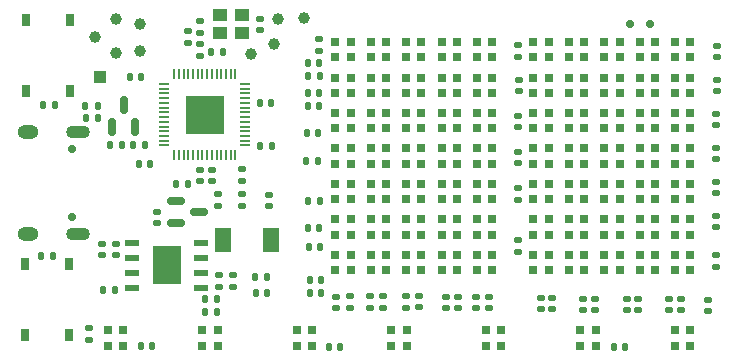
<source format=gbr>
%TF.GenerationSoftware,KiCad,Pcbnew,7.0.6*%
%TF.CreationDate,2024-06-03T18:18:50-04:00*%
%TF.ProjectId,V3,56332e6b-6963-4616-945f-706362585858,rev?*%
%TF.SameCoordinates,Original*%
%TF.FileFunction,Soldermask,Top*%
%TF.FilePolarity,Negative*%
%FSLAX46Y46*%
G04 Gerber Fmt 4.6, Leading zero omitted, Abs format (unit mm)*
G04 Created by KiCad (PCBNEW 7.0.6) date 2024-06-03 18:18:50*
%MOMM*%
%LPD*%
G01*
G04 APERTURE LIST*
G04 Aperture macros list*
%AMRoundRect*
0 Rectangle with rounded corners*
0 $1 Rounding radius*
0 $2 $3 $4 $5 $6 $7 $8 $9 X,Y pos of 4 corners*
0 Add a 4 corners polygon primitive as box body*
4,1,4,$2,$3,$4,$5,$6,$7,$8,$9,$2,$3,0*
0 Add four circle primitives for the rounded corners*
1,1,$1+$1,$2,$3*
1,1,$1+$1,$4,$5*
1,1,$1+$1,$6,$7*
1,1,$1+$1,$8,$9*
0 Add four rect primitives between the rounded corners*
20,1,$1+$1,$2,$3,$4,$5,0*
20,1,$1+$1,$4,$5,$6,$7,0*
20,1,$1+$1,$6,$7,$8,$9,0*
20,1,$1+$1,$8,$9,$2,$3,0*%
G04 Aperture macros list end*
%ADD10C,1.000000*%
%ADD11R,0.750000X1.000000*%
%ADD12R,0.800000X0.800000*%
%ADD13RoundRect,0.140000X-0.170000X0.140000X-0.170000X-0.140000X0.170000X-0.140000X0.170000X0.140000X0*%
%ADD14RoundRect,0.140000X0.170000X-0.140000X0.170000X0.140000X-0.170000X0.140000X-0.170000X-0.140000X0*%
%ADD15R,1.400000X2.120000*%
%ADD16RoundRect,0.135000X-0.135000X-0.185000X0.135000X-0.185000X0.135000X0.185000X-0.135000X0.185000X0*%
%ADD17RoundRect,0.140000X0.140000X0.170000X-0.140000X0.170000X-0.140000X-0.170000X0.140000X-0.170000X0*%
%ADD18RoundRect,0.135000X0.185000X-0.135000X0.185000X0.135000X-0.185000X0.135000X-0.185000X-0.135000X0*%
%ADD19RoundRect,0.150000X-0.587500X-0.150000X0.587500X-0.150000X0.587500X0.150000X-0.587500X0.150000X0*%
%ADD20C,0.700000*%
%ADD21O,2.000000X1.100000*%
%ADD22O,1.800000X1.200000*%
%ADD23RoundRect,0.140000X-0.140000X-0.170000X0.140000X-0.170000X0.140000X0.170000X-0.140000X0.170000X0*%
%ADD24RoundRect,0.135000X0.135000X0.185000X-0.135000X0.185000X-0.135000X-0.185000X0.135000X-0.185000X0*%
%ADD25RoundRect,0.050000X0.387500X0.050000X-0.387500X0.050000X-0.387500X-0.050000X0.387500X-0.050000X0*%
%ADD26RoundRect,0.050000X0.050000X0.387500X-0.050000X0.387500X-0.050000X-0.387500X0.050000X-0.387500X0*%
%ADD27R,3.200000X3.200000*%
%ADD28RoundRect,0.150000X0.150000X-0.587500X0.150000X0.587500X-0.150000X0.587500X-0.150000X-0.587500X0*%
%ADD29R,1.200000X0.600000*%
%ADD30R,2.400000X3.300000*%
%ADD31R,1.000000X1.000000*%
%ADD32R,1.200000X1.100000*%
G04 APERTURE END LIST*
D10*
%TO.C,TP13*%
X118313200Y-131953000D03*
%TD*%
%TO.C,TP12*%
X118719600Y-129819400D03*
%TD*%
%TO.C,TP11*%
X120853200Y-129743200D03*
%TD*%
%TO.C,TP10*%
X104978200Y-129870200D03*
%TD*%
%TO.C,TP9*%
X104927400Y-132740400D03*
%TD*%
%TO.C,TP1*%
X103174800Y-131394200D03*
%TD*%
D11*
%TO.C,S5*%
X97261200Y-156568400D03*
X97261200Y-150568400D03*
X101011200Y-156568400D03*
X101011200Y-150568400D03*
%TD*%
%TO.C,S4*%
X97312000Y-135936300D03*
X97312000Y-129936300D03*
X101062000Y-135936300D03*
X101062000Y-129936300D03*
%TD*%
D10*
%TO.C,TP7*%
X116408200Y-132816600D03*
%TD*%
%TO.C,TP6*%
X107010200Y-132537200D03*
%TD*%
%TO.C,TP2*%
X107010200Y-130225800D03*
%TD*%
D12*
%TO.C,LED21*%
X124827000Y-145086600D03*
X124827000Y-143786600D03*
X123527000Y-143786600D03*
X123527000Y-145086600D03*
%TD*%
D13*
%TO.C,C39*%
X133934200Y-153367800D03*
X133934200Y-154327800D03*
%TD*%
D12*
%TO.C,LED22*%
X127827000Y-145086600D03*
X127827000Y-143786600D03*
X126527000Y-143786600D03*
X126527000Y-145086600D03*
%TD*%
%TO.C,LED15*%
X136827000Y-139086600D03*
X136827000Y-137786600D03*
X135527000Y-137786600D03*
X135527000Y-139086600D03*
%TD*%
D14*
%TO.C,C7*%
X111074200Y-131823400D03*
X111074200Y-130863400D03*
%TD*%
D12*
%TO.C,LED32*%
X127827000Y-151086600D03*
X127827000Y-149786600D03*
X126527000Y-149786600D03*
X126527000Y-151086600D03*
%TD*%
D13*
%TO.C,C52*%
X138988800Y-138023600D03*
X138988800Y-138983600D03*
%TD*%
D15*
%TO.C,L1*%
X113997200Y-148564600D03*
X118057200Y-148564600D03*
%TD*%
D12*
%TO.C,LED3*%
X130827000Y-133086600D03*
X130827000Y-131786600D03*
X129527000Y-131786600D03*
X129527000Y-133086600D03*
%TD*%
%TO.C,LED59*%
X150606800Y-145086600D03*
X150606800Y-143786600D03*
X149306800Y-143786600D03*
X149306800Y-145086600D03*
%TD*%
%TO.C,LED70*%
X153606800Y-151086600D03*
X153606800Y-149786600D03*
X152306800Y-149786600D03*
X152306800Y-151086600D03*
%TD*%
D13*
%TO.C,C59*%
X140919200Y-153413400D03*
X140919200Y-154373400D03*
%TD*%
D12*
%TO.C,LED42*%
X144606800Y-136086600D03*
X144606800Y-134786600D03*
X143306800Y-134786600D03*
X143306800Y-136086600D03*
%TD*%
%TO.C,LED26*%
X124827000Y-148086600D03*
X124827000Y-146786600D03*
X123527000Y-146786600D03*
X123527000Y-148086600D03*
%TD*%
%TO.C,LED66*%
X141606800Y-151086600D03*
X141606800Y-149786600D03*
X140306800Y-149786600D03*
X140306800Y-151086600D03*
%TD*%
%TO.C,LED30*%
X136827000Y-148086600D03*
X136827000Y-146786600D03*
X135527000Y-146786600D03*
X135527000Y-148086600D03*
%TD*%
D16*
%TO.C,R4*%
X112520000Y-154609800D03*
X113540000Y-154609800D03*
%TD*%
D13*
%TO.C,C3*%
X113665000Y-151539000D03*
X113665000Y-152499000D03*
%TD*%
D17*
%TO.C,C16*%
X111046200Y-143764000D03*
X110086200Y-143764000D03*
%TD*%
D13*
%TO.C,C47*%
X155803600Y-140718600D03*
X155803600Y-141678600D03*
%TD*%
%TO.C,C35*%
X127533400Y-153317000D03*
X127533400Y-154277000D03*
%TD*%
%TO.C,C2*%
X104927400Y-148872000D03*
X104927400Y-149832000D03*
%TD*%
%TO.C,C46*%
X155803600Y-137848400D03*
X155803600Y-138808400D03*
%TD*%
D12*
%TO.C,LED65*%
X153606800Y-148086600D03*
X153606800Y-146786600D03*
X152306800Y-146786600D03*
X152306800Y-148086600D03*
%TD*%
%TO.C,LED62*%
X144606800Y-148086600D03*
X144606800Y-146786600D03*
X143306800Y-146786600D03*
X143306800Y-148086600D03*
%TD*%
%TO.C,LED20*%
X136827000Y-142086600D03*
X136827000Y-140786600D03*
X135527000Y-140786600D03*
X135527000Y-142086600D03*
%TD*%
%TO.C,LED56*%
X141606800Y-145086600D03*
X141606800Y-143786600D03*
X140306800Y-143786600D03*
X140306800Y-145086600D03*
%TD*%
D18*
%TO.C,R10*%
X122174000Y-132564600D03*
X122174000Y-131544600D03*
%TD*%
D19*
%TO.C,U3*%
X110085900Y-145227000D03*
X110085900Y-147127000D03*
X111960900Y-146177000D03*
%TD*%
D12*
%TO.C,LED14*%
X133827000Y-139086600D03*
X133827000Y-137786600D03*
X132527000Y-137786600D03*
X132527000Y-139086600D03*
%TD*%
%TO.C,LED58*%
X147606800Y-145086600D03*
X147606800Y-143786600D03*
X146306800Y-143786600D03*
X146306800Y-145086600D03*
%TD*%
%TO.C,LED23*%
X130827000Y-145086600D03*
X130827000Y-143786600D03*
X129527000Y-143786600D03*
X129527000Y-145086600D03*
%TD*%
%TO.C,LED31*%
X124827000Y-151086600D03*
X124827000Y-149786600D03*
X123527000Y-149786600D03*
X123527000Y-151086600D03*
%TD*%
%TO.C,LED16*%
X124827000Y-142086600D03*
X124827000Y-140786600D03*
X123527000Y-140786600D03*
X123527000Y-142086600D03*
%TD*%
D13*
%TO.C,C20*%
X113131600Y-142572800D03*
X113131600Y-143532800D03*
%TD*%
D16*
%TO.C,R17*%
X113028000Y-132616000D03*
X114048000Y-132616000D03*
%TD*%
D12*
%TO.C,LED18*%
X130827000Y-142086600D03*
X130827000Y-140786600D03*
X129527000Y-140786600D03*
X129527000Y-142086600D03*
%TD*%
%TO.C,LED64*%
X150606800Y-148086600D03*
X150606800Y-146786600D03*
X149306800Y-146786600D03*
X149306800Y-148086600D03*
%TD*%
D13*
%TO.C,C56*%
X144526000Y-153540400D03*
X144526000Y-154500400D03*
%TD*%
D17*
%TO.C,C42*%
X122323800Y-151942800D03*
X121363800Y-151942800D03*
%TD*%
D12*
%TO.C,LED72*%
X113566100Y-157483700D03*
X113566100Y-156183700D03*
X112266100Y-156183700D03*
X112266100Y-157483700D03*
%TD*%
%TO.C,LED10*%
X136827000Y-136086600D03*
X136827000Y-134786600D03*
X135527000Y-134786600D03*
X135527000Y-136086600D03*
%TD*%
D13*
%TO.C,C38*%
X132892800Y-153367800D03*
X132892800Y-154327800D03*
%TD*%
D20*
%TO.C,USB1*%
X101213900Y-146628600D03*
X101213900Y-140848600D03*
D21*
X101743900Y-148058600D03*
D22*
X97533900Y-148058600D03*
D21*
X101743900Y-139418600D03*
D22*
X97533900Y-139418600D03*
%TD*%
D12*
%TO.C,LED50*%
X153606800Y-139086600D03*
X153606800Y-137786600D03*
X152306800Y-137786600D03*
X152306800Y-139086600D03*
%TD*%
%TO.C,LED67*%
X144606800Y-151086600D03*
X144606800Y-149786600D03*
X143306800Y-149786600D03*
X143306800Y-151086600D03*
%TD*%
%TO.C,LED29*%
X133827000Y-148086600D03*
X133827000Y-146786600D03*
X132527000Y-146786600D03*
X132527000Y-148086600D03*
%TD*%
D17*
%TO.C,C23*%
X122171400Y-133578600D03*
X121211400Y-133578600D03*
%TD*%
D13*
%TO.C,C21*%
X117144800Y-129796400D03*
X117144800Y-130756400D03*
%TD*%
D12*
%TO.C,LED8*%
X130827000Y-136086600D03*
X130827000Y-134786600D03*
X129527000Y-134786600D03*
X129527000Y-136086600D03*
%TD*%
D13*
%TO.C,C34*%
X126441200Y-153317000D03*
X126441200Y-154277000D03*
%TD*%
D12*
%TO.C,LED44*%
X150606800Y-136086600D03*
X150606800Y-134786600D03*
X149306800Y-134786600D03*
X149306800Y-136086600D03*
%TD*%
%TO.C,LED45*%
X153606800Y-136086600D03*
X153606800Y-134786600D03*
X152306800Y-134786600D03*
X152306800Y-136086600D03*
%TD*%
%TO.C,LED63*%
X147606800Y-148086600D03*
X147606800Y-146786600D03*
X146306800Y-146786600D03*
X146306800Y-148086600D03*
%TD*%
%TO.C,LED40*%
X153606800Y-133086600D03*
X153606800Y-131786600D03*
X152306800Y-131786600D03*
X152306800Y-133086600D03*
%TD*%
D23*
%TO.C,C5*%
X116791800Y-153035000D03*
X117751800Y-153035000D03*
%TD*%
D13*
%TO.C,C50*%
X155752800Y-149837200D03*
X155752800Y-150797200D03*
%TD*%
%TO.C,C55*%
X138963400Y-148567200D03*
X138963400Y-149527200D03*
%TD*%
D23*
%TO.C,C65*%
X107063600Y-157505400D03*
X108023600Y-157505400D03*
%TD*%
D12*
%TO.C,LED1*%
X124827000Y-133086600D03*
X124827000Y-131786600D03*
X123527000Y-131786600D03*
X123527000Y-133086600D03*
%TD*%
%TO.C,LED76*%
X145566100Y-157483700D03*
X145566100Y-156183700D03*
X144266100Y-156183700D03*
X144266100Y-157483700D03*
%TD*%
D17*
%TO.C,C6*%
X105458200Y-140512800D03*
X104498200Y-140512800D03*
%TD*%
%TO.C,C8*%
X107845800Y-142113000D03*
X106885800Y-142113000D03*
%TD*%
D12*
%TO.C,LED47*%
X144606800Y-139086600D03*
X144606800Y-137786600D03*
X143306800Y-137786600D03*
X143306800Y-139086600D03*
%TD*%
D13*
%TO.C,C41*%
X136550400Y-153367800D03*
X136550400Y-154327800D03*
%TD*%
D12*
%TO.C,LED34*%
X133827000Y-151086600D03*
X133827000Y-149786600D03*
X132527000Y-149786600D03*
X132527000Y-151086600D03*
%TD*%
D14*
%TO.C,C12*%
X108432600Y-147114200D03*
X108432600Y-146154200D03*
%TD*%
%TO.C,C10*%
X113614200Y-145641000D03*
X113614200Y-144681000D03*
%TD*%
D12*
%TO.C,LED19*%
X133827000Y-142086600D03*
X133827000Y-140786600D03*
X132527000Y-140786600D03*
X132527000Y-142086600D03*
%TD*%
%TO.C,LED24*%
X133827000Y-145086600D03*
X133827000Y-143786600D03*
X132527000Y-143786600D03*
X132527000Y-145086600D03*
%TD*%
%TO.C,LED41*%
X141606800Y-136086600D03*
X141606800Y-134786600D03*
X140306800Y-134786600D03*
X140306800Y-136086600D03*
%TD*%
D13*
%TO.C,C40*%
X135483600Y-153367800D03*
X135483600Y-154327800D03*
%TD*%
D12*
%TO.C,LED57*%
X144606800Y-145086600D03*
X144606800Y-143786600D03*
X143306800Y-143786600D03*
X143306800Y-145086600D03*
%TD*%
%TO.C,LED69*%
X150606800Y-151086600D03*
X150606800Y-149786600D03*
X149306800Y-149786600D03*
X149306800Y-151086600D03*
%TD*%
%TO.C,LED68*%
X147606800Y-151086600D03*
X147606800Y-149786600D03*
X146306800Y-149786600D03*
X146306800Y-151086600D03*
%TD*%
D17*
%TO.C,C25*%
X122171400Y-136118600D03*
X121211400Y-136118600D03*
%TD*%
D12*
%TO.C,LED6*%
X124827000Y-136086600D03*
X124827000Y-134786600D03*
X123527000Y-134786600D03*
X123527000Y-136086600D03*
%TD*%
D13*
%TO.C,C45*%
X155854400Y-134978200D03*
X155854400Y-135938200D03*
%TD*%
D23*
%TO.C,C67*%
X147094000Y-157581600D03*
X148054000Y-157581600D03*
%TD*%
D13*
%TO.C,C62*%
X152775800Y-153515000D03*
X152775800Y-154475000D03*
%TD*%
D12*
%TO.C,LED7*%
X127827000Y-136086600D03*
X127827000Y-134786600D03*
X126527000Y-134786600D03*
X126527000Y-136086600D03*
%TD*%
D24*
%TO.C,R20*%
X104853200Y-152755600D03*
X103833200Y-152755600D03*
%TD*%
D16*
%TO.C,R15*%
X98649600Y-149910800D03*
X99669600Y-149910800D03*
%TD*%
D12*
%TO.C,LED52*%
X144606800Y-142086600D03*
X144606800Y-140786600D03*
X143306800Y-140786600D03*
X143306800Y-142086600D03*
%TD*%
D17*
%TO.C,C26*%
X122146000Y-137210800D03*
X121186000Y-137210800D03*
%TD*%
D13*
%TO.C,C57*%
X145542000Y-153537800D03*
X145542000Y-154497800D03*
%TD*%
%TO.C,C60*%
X141909800Y-153418600D03*
X141909800Y-154378600D03*
%TD*%
%TO.C,C64*%
X155117800Y-153591200D03*
X155117800Y-154551200D03*
%TD*%
D12*
%TO.C,LED77*%
X153566100Y-157483700D03*
X153566100Y-156183700D03*
X152266100Y-156183700D03*
X152266100Y-157483700D03*
%TD*%
D13*
%TO.C,C58*%
X149199600Y-153498600D03*
X149199600Y-154458600D03*
%TD*%
D12*
%TO.C,LED61*%
X141606800Y-148086600D03*
X141606800Y-146786600D03*
X140306800Y-146786600D03*
X140306800Y-148086600D03*
%TD*%
D25*
%TO.C,U5*%
X115921500Y-140534600D03*
X115921500Y-140134600D03*
X115921500Y-139734600D03*
X115921500Y-139334600D03*
X115921500Y-138934600D03*
X115921500Y-138534600D03*
X115921500Y-138134600D03*
X115921500Y-137734600D03*
X115921500Y-137334600D03*
X115921500Y-136934600D03*
X115921500Y-136534600D03*
X115921500Y-136134600D03*
X115921500Y-135734600D03*
X115921500Y-135334600D03*
D26*
X115084000Y-134497100D03*
X114684000Y-134497100D03*
X114284000Y-134497100D03*
X113884000Y-134497100D03*
X113484000Y-134497100D03*
X113084000Y-134497100D03*
X112684000Y-134497100D03*
X112284000Y-134497100D03*
X111884000Y-134497100D03*
X111484000Y-134497100D03*
X111084000Y-134497100D03*
X110684000Y-134497100D03*
X110284000Y-134497100D03*
X109884000Y-134497100D03*
D25*
X109046500Y-135334600D03*
X109046500Y-135734600D03*
X109046500Y-136134600D03*
X109046500Y-136534600D03*
X109046500Y-136934600D03*
X109046500Y-137334600D03*
X109046500Y-137734600D03*
X109046500Y-138134600D03*
X109046500Y-138534600D03*
X109046500Y-138934600D03*
X109046500Y-139334600D03*
X109046500Y-139734600D03*
X109046500Y-140134600D03*
X109046500Y-140534600D03*
D26*
X109884000Y-141372100D03*
X110284000Y-141372100D03*
X110684000Y-141372100D03*
X111084000Y-141372100D03*
X111484000Y-141372100D03*
X111884000Y-141372100D03*
X112284000Y-141372100D03*
X112684000Y-141372100D03*
X113084000Y-141372100D03*
X113484000Y-141372100D03*
X113884000Y-141372100D03*
X114284000Y-141372100D03*
X114684000Y-141372100D03*
X115084000Y-141372100D03*
D27*
X112484000Y-137934600D03*
%TD*%
D24*
%TO.C,R6*%
X107393200Y-140512800D03*
X106373200Y-140512800D03*
%TD*%
D13*
%TO.C,C51*%
X139065000Y-135003600D03*
X139065000Y-135963600D03*
%TD*%
D12*
%TO.C,LED71*%
X105566100Y-157483700D03*
X105566100Y-156183700D03*
X104266100Y-156183700D03*
X104266100Y-157483700D03*
%TD*%
D16*
%TO.C,R5*%
X112520000Y-153543000D03*
X113540000Y-153543000D03*
%TD*%
D12*
%TO.C,LED60*%
X153606800Y-145086600D03*
X153606800Y-143786600D03*
X152306800Y-143786600D03*
X152306800Y-145086600D03*
%TD*%
D23*
%TO.C,C4*%
X116766400Y-151688800D03*
X117726400Y-151688800D03*
%TD*%
D28*
%TO.C,U2*%
X104653000Y-138963400D03*
X106553000Y-138963400D03*
X105603000Y-137088400D03*
%TD*%
D13*
%TO.C,C1*%
X103809800Y-148872000D03*
X103809800Y-149832000D03*
%TD*%
D12*
%TO.C,LED37*%
X144606800Y-133086600D03*
X144606800Y-131786600D03*
X143306800Y-131786600D03*
X143306800Y-133086600D03*
%TD*%
%TO.C,LED49*%
X150606800Y-139086600D03*
X150606800Y-137786600D03*
X149306800Y-137786600D03*
X149306800Y-139086600D03*
%TD*%
D29*
%TO.C,U1*%
X106346400Y-148757800D03*
X106346400Y-150027800D03*
X106346400Y-151307800D03*
X106346400Y-152577800D03*
X112166400Y-152577800D03*
X112166400Y-151307800D03*
X112166400Y-150027800D03*
X112166400Y-148757800D03*
D30*
X109256400Y-150667800D03*
%TD*%
D18*
%TO.C,R2*%
X114858800Y-152503600D03*
X114858800Y-151483600D03*
%TD*%
D14*
%TO.C,C22*%
X112064800Y-130987800D03*
X112064800Y-130027800D03*
%TD*%
D13*
%TO.C,C48*%
X155778200Y-143588800D03*
X155778200Y-144548800D03*
%TD*%
D12*
%TO.C,LED11*%
X124827000Y-139086600D03*
X124827000Y-137786600D03*
X123527000Y-137786600D03*
X123527000Y-139086600D03*
%TD*%
D13*
%TO.C,C14*%
X112064800Y-142572800D03*
X112064800Y-143532800D03*
%TD*%
D23*
%TO.C,C66*%
X122989400Y-157581600D03*
X123949400Y-157581600D03*
%TD*%
D16*
%TO.C,R18*%
X102385400Y-138201400D03*
X103405400Y-138201400D03*
%TD*%
D13*
%TO.C,C53*%
X139014200Y-141074200D03*
X139014200Y-142034200D03*
%TD*%
D16*
%TO.C,R19*%
X102383400Y-137185400D03*
X103403400Y-137185400D03*
%TD*%
D12*
%TO.C,LED25*%
X136827000Y-145086600D03*
X136827000Y-143786600D03*
X135527000Y-143786600D03*
X135527000Y-145086600D03*
%TD*%
D17*
%TO.C,C27*%
X122069800Y-139496800D03*
X121109800Y-139496800D03*
%TD*%
%TO.C,C43*%
X122323800Y-153009600D03*
X121363800Y-153009600D03*
%TD*%
D12*
%TO.C,LED27*%
X127827000Y-148086600D03*
X127827000Y-146786600D03*
X126527000Y-146786600D03*
X126527000Y-148086600D03*
%TD*%
D17*
%TO.C,C18*%
X107083800Y-134772400D03*
X106123800Y-134772400D03*
%TD*%
D12*
%TO.C,LED9*%
X133827000Y-136086600D03*
X133827000Y-134786600D03*
X132527000Y-134786600D03*
X132527000Y-136086600D03*
%TD*%
%TO.C,LED33*%
X130827000Y-151086600D03*
X130827000Y-149786600D03*
X129527000Y-149786600D03*
X129527000Y-151086600D03*
%TD*%
D13*
%TO.C,C44*%
X155854400Y-132082600D03*
X155854400Y-133042600D03*
%TD*%
D12*
%TO.C,LED13*%
X130827000Y-139086600D03*
X130827000Y-137786600D03*
X129527000Y-137786600D03*
X129527000Y-139086600D03*
%TD*%
%TO.C,LED17*%
X127827000Y-142086600D03*
X127827000Y-140786600D03*
X126527000Y-140786600D03*
X126527000Y-142086600D03*
%TD*%
%TO.C,LED55*%
X153606800Y-142086600D03*
X153606800Y-140786600D03*
X152306800Y-140786600D03*
X152306800Y-142086600D03*
%TD*%
%TO.C,LED51*%
X141606800Y-142086600D03*
X141606800Y-140786600D03*
X140306800Y-140786600D03*
X140306800Y-142086600D03*
%TD*%
D17*
%TO.C,C29*%
X122273000Y-149098000D03*
X121313000Y-149098000D03*
%TD*%
D12*
%TO.C,LED36*%
X141606800Y-133086600D03*
X141606800Y-131786600D03*
X140306800Y-131786600D03*
X140306800Y-133086600D03*
%TD*%
%TO.C,LED74*%
X129566100Y-157483700D03*
X129566100Y-156183700D03*
X128266100Y-156183700D03*
X128266100Y-157483700D03*
%TD*%
D13*
%TO.C,C37*%
X130606800Y-153291600D03*
X130606800Y-154251600D03*
%TD*%
D23*
%TO.C,C19*%
X117122000Y-136906000D03*
X118082000Y-136906000D03*
%TD*%
D17*
%TO.C,C30*%
X122146000Y-147523200D03*
X121186000Y-147523200D03*
%TD*%
D14*
%TO.C,C9*%
X115595400Y-145641000D03*
X115595400Y-144681000D03*
%TD*%
D17*
%TO.C,C24*%
X122196800Y-134696200D03*
X121236800Y-134696200D03*
%TD*%
D12*
%TO.C,LED53*%
X147606800Y-142086600D03*
X147606800Y-140786600D03*
X146306800Y-140786600D03*
X146306800Y-142086600D03*
%TD*%
%TO.C,LED38*%
X147606800Y-133086600D03*
X147606800Y-131786600D03*
X146306800Y-131786600D03*
X146306800Y-133086600D03*
%TD*%
%TO.C,LED46*%
X141606800Y-139086600D03*
X141606800Y-137786600D03*
X140306800Y-137786600D03*
X140306800Y-139086600D03*
%TD*%
D13*
%TO.C,C32*%
X123571000Y-153342400D03*
X123571000Y-154302400D03*
%TD*%
%TO.C,C54*%
X139014200Y-144175600D03*
X139014200Y-145135600D03*
%TD*%
D12*
%TO.C,LED5*%
X136827000Y-133086600D03*
X136827000Y-131786600D03*
X135527000Y-131786600D03*
X135527000Y-133086600D03*
%TD*%
%TO.C,LED4*%
X133827000Y-133086600D03*
X133827000Y-131786600D03*
X132527000Y-131786600D03*
X132527000Y-133086600D03*
%TD*%
D13*
%TO.C,C63*%
X151765000Y-153515000D03*
X151765000Y-154475000D03*
%TD*%
D18*
%TO.C,R12*%
X102717600Y-156976000D03*
X102717600Y-155956000D03*
%TD*%
%TO.C,R9*%
X139014200Y-133021800D03*
X139014200Y-132001800D03*
%TD*%
D13*
%TO.C,C33*%
X124739400Y-153317000D03*
X124739400Y-154277000D03*
%TD*%
%TO.C,C61*%
X148209000Y-153515000D03*
X148209000Y-154475000D03*
%TD*%
D12*
%TO.C,LED75*%
X137566100Y-157483700D03*
X137566100Y-156183700D03*
X136266100Y-156183700D03*
X136266100Y-157483700D03*
%TD*%
D31*
%TO.C,TP8*%
X103632000Y-134772400D03*
%TD*%
D32*
%TO.C,X1*%
X113766600Y-130989000D03*
X115666600Y-130989000D03*
X115666600Y-129489000D03*
X113766600Y-129489000D03*
%TD*%
D14*
%TO.C,C11*%
X117906800Y-145666400D03*
X117906800Y-144706400D03*
%TD*%
D23*
%TO.C,C15*%
X117172800Y-140589000D03*
X118132800Y-140589000D03*
%TD*%
D14*
%TO.C,C17*%
X112039400Y-132943600D03*
X112039400Y-131983600D03*
%TD*%
D12*
%TO.C,LED48*%
X147606800Y-139086600D03*
X147606800Y-137786600D03*
X146306800Y-137786600D03*
X146306800Y-139086600D03*
%TD*%
D13*
%TO.C,C49*%
X155752800Y-146509800D03*
X155752800Y-147469800D03*
%TD*%
D12*
%TO.C,LED54*%
X150606800Y-142086600D03*
X150606800Y-140786600D03*
X149306800Y-140786600D03*
X149306800Y-142086600D03*
%TD*%
D16*
%TO.C,R14*%
X98802000Y-137127300D03*
X99822000Y-137127300D03*
%TD*%
D12*
%TO.C,LED35*%
X136827000Y-151086600D03*
X136827000Y-149786600D03*
X135527000Y-149786600D03*
X135527000Y-151086600D03*
%TD*%
D13*
%TO.C,C36*%
X129540000Y-153317000D03*
X129540000Y-154277000D03*
%TD*%
D17*
%TO.C,C31*%
X122196800Y-145237200D03*
X121236800Y-145237200D03*
%TD*%
%TO.C,C28*%
X122044400Y-141884400D03*
X121084400Y-141884400D03*
%TD*%
D12*
%TO.C,LED28*%
X130827000Y-148086600D03*
X130827000Y-146786600D03*
X129527000Y-146786600D03*
X129527000Y-148086600D03*
%TD*%
%TO.C,LED39*%
X150606800Y-133086600D03*
X150606800Y-131786600D03*
X149306800Y-131786600D03*
X149306800Y-133086600D03*
%TD*%
%TO.C,LED43*%
X147606800Y-136086600D03*
X147606800Y-134786600D03*
X146306800Y-134786600D03*
X146306800Y-136086600D03*
%TD*%
%TO.C,LED2*%
X127827000Y-133086600D03*
X127827000Y-131786600D03*
X126527000Y-131786600D03*
X126527000Y-133086600D03*
%TD*%
D18*
%TO.C,R8*%
X115620800Y-143514000D03*
X115620800Y-142494000D03*
%TD*%
D12*
%TO.C,LED73*%
X121566100Y-157483700D03*
X121566100Y-156183700D03*
X120266100Y-156183700D03*
X120266100Y-157483700D03*
%TD*%
%TO.C,LED12*%
X127827000Y-139086600D03*
X127827000Y-137786600D03*
X126527000Y-137786600D03*
X126527000Y-139086600D03*
%TD*%
D20*
%TO.C,SW1*%
X150188000Y-130225800D03*
X148488000Y-130225800D03*
%TD*%
M02*

</source>
